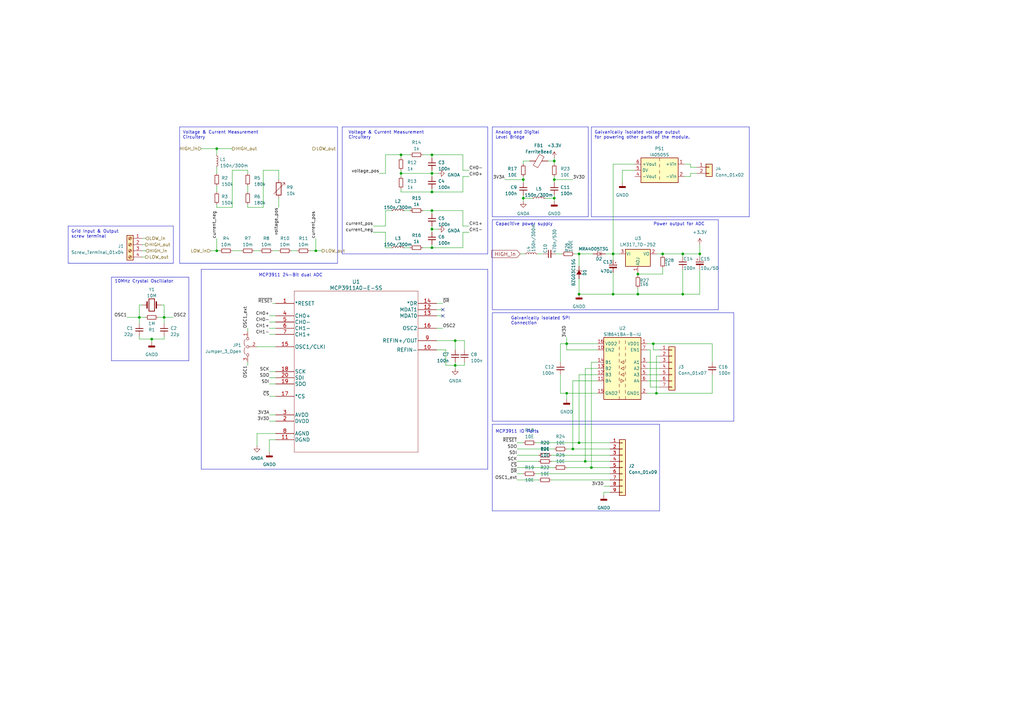
<source format=kicad_sch>
(kicad_sch (version 20230121) (generator eeschema)
  (paper "A3")
  (title_block (title "breakout-board-power-measurement") (date "2023-03-06") (rev "v1.8"))
  (lib_symbols
    (symbol "2023-03-06_20-07-43:MCP3911A0-E/SS" (pin_names (offset 0.254))
      (property "Reference" "U1" (at 33.02 8.89 0))
      (property "Value" "MCP3911A0-E/SS" (at 33.02 6.35 0))
      (symbol "MCP3911A0-E/SS_1_1"
        (pin input line (at 0 0 0) (length 7.62) (name "*RESET") (number "1"))
        (pin input line (at 66.04 -19.05 180) (length 7.62) (name "REFIN-") (number "10"))
        (pin power_in line (at 0 -55.88 0) (length 7.62) (name "DGND") (number "11"))
        (pin output line (at 66.04 -2.54 180) (length 7.62) (name "MDAT1") (number "12"))
        (pin output line (at 66.04 -5.08 180) (length 7.62) (name "MDAT0") (number "13"))
        (pin output line (at 66.04 0 180) (length 7.62) (name "*DR") (number "14"))
        (pin input line (at 0 -17.78 0) (length 7.62) (name "OSC1/CLKI") (number "15"))
        (pin unspecified line (at 66.04 -10.16 180) (length 7.62) (name "OSC2") (number "16"))
        (pin unspecified line (at 0 -38.1 0) (length 7.62) (name "*CS") (number "17"))
        (pin input line (at 0 -27.94 0) (length 7.62) (name "SCK") (number "18"))
        (pin input line (at 0 -33.02 0) (length 7.62) (name "SDO") (number "19"))
        (pin power_in line (at 0 -48.26 0) (length 7.62) (name "DVDD") (number "2"))
        (pin input line (at 0 -30.48 0) (length 7.62) (name "SDI") (number "20"))
        (pin power_in line (at 0 -45.72 0) (length 7.62) (name "AVDD") (number "3"))
        (pin input line (at 0 -5.08 0) (length 7.62) (name "CH0+") (number "4"))
        (pin input line (at 0 -7.62 0) (length 7.62) (name "CH0-") (number "5"))
        (pin input line (at 0 -10.16 0) (length 7.62) (name "CH1-") (number "6"))
        (pin input line (at 0 -12.7 0) (length 7.62) (name "CH1+") (number "7"))
        (pin power_in line (at 0 -53.34 0) (length 7.62) (name "AGND") (number "8"))
        (pin bidirectional line (at 66.04 -15.24 180) (length 7.62) (name "REFIN+/OUT") (number "9"))
      )
    )
    (symbol "Connector:Screw_Terminal_01x04" (pin_names (offset 1.016) hide)
      (property "Reference" "J" (at 0 5.08 0))
      (property "Value" "Screw_Terminal_01x04" (at 0 -7.62 0))
      (symbol "Screw_Terminal_01x04_1_1"
        (pin passive line (at -5.08 2.54 0) (length 3.81) (name "Pin_1") (number "1"))
        (pin passive line (at -5.08 0 0) (length 3.81) (name "Pin_2") (number "2"))
        (pin passive line (at -5.08 -2.54 0) (length 3.81) (name "Pin_3") (number "3"))
        (pin passive line (at -5.08 -5.08 0) (length 3.81) (name "Pin_4") (number "4"))
      )
    )
    (symbol "Connector_Generic:Conn_01x02" (pin_names (offset 1.016) hide)
      (property "Reference" "J" (at 0 2.54 0))
      (property "Value" "Conn_01x02" (at 0 -5.08 0))
      (symbol "Conn_01x02_1_1"
        (pin passive line (at -5.08 0 0) (length 3.81) (name "Pin_1") (number "1"))
        (pin passive line (at -5.08 -2.54 0) (length 3.81) (name "Pin_2") (number "2"))
      )
    )
    (symbol "Connector_Generic:Conn_01x07" (pin_names (offset 1.016) hide)
      (property "Reference" "J" (at 0 10.16 0))
      (property "Value" "Conn_01x07" (at 0 -10.16 0))
      (symbol "Conn_01x07_1_1"
        (pin passive line (at -5.08 7.62 0) (length 3.81) (name "Pin_1") (number "1"))
        (pin passive line (at -5.08 5.08 0) (length 3.81) (name "Pin_2") (number "2"))
        (pin passive line (at -5.08 2.54 0) (length 3.81) (name "Pin_3") (number "3"))
        (pin passive line (at -5.08 0 0) (length 3.81) (name "Pin_4") (number "4"))
        (pin passive line (at -5.08 -2.54 0) (length 3.81) (name "Pin_5") (number "5"))
        (pin passive line (at -5.08 -5.08 0) (length 3.81) (name "Pin_6") (number "6"))
        (pin passive line (at -5.08 -7.62 0) (length 3.81) (name "Pin_7") (number "7"))
      )
    )
    (symbol "Connector_Generic:Conn_01x09" (pin_names (offset 1.016) hide)
      (property "Reference" "J" (at 0 12.7 0))
      (property "Value" "Conn_01x09" (at 0 -12.7 0))
      (symbol "Conn_01x09_1_1"
        (pin passive line (at -5.08 10.16 0) (length 3.81) (name "Pin_1") (number "1"))
        (pin passive line (at -5.08 7.62 0) (length 3.81) (name "Pin_2") (number "2"))
        (pin passive line (at -5.08 5.08 0) (length 3.81) (name "Pin_3") (number "3"))
        (pin passive line (at -5.08 2.54 0) (length 3.81) (name "Pin_4") (number "4"))
        (pin passive line (at -5.08 0 0) (length 3.81) (name "Pin_5") (number "5"))
        (pin passive line (at -5.08 -2.54 0) (length 3.81) (name "Pin_6") (number "6"))
        (pin passive line (at -5.08 -5.08 0) (length 3.81) (name "Pin_7") (number "7"))
        (pin passive line (at -5.08 -7.62 0) (length 3.81) (name "Pin_8") (number "8"))
        (pin passive line (at -5.08 -10.16 0) (length 3.81) (name "Pin_9") (number "9"))
      )
    )
    (symbol "Converter_DCDC:IA0505S"
      (property "Reference" "PS" (at -7.62 6.35 0))
      (property "Value" "IA0505S" (at 1.27 6.35 0))
      (symbol "IA0505S_0_0"
        (pin power_in line (at -10.16 2.54 0) (length 2.54) (name "+Vin") (number "1"))
        (pin power_in line (at -10.16 -2.54 0) (length 2.54) (name "-Vin") (number "2"))
        (pin power_out line (at 10.16 -2.54 180) (length 2.54) (name "-Vout") (number "4"))
        (pin power_out line (at 10.16 0 180) (length 2.54) (name "0V") (number "5"))
        (pin power_out line (at 10.16 2.54 180) (length 2.54) (name "+Vout") (number "6"))
      )
    )
    (symbol "Device:C_Small" (pin_numbers hide) (pin_names (offset 0.254) hide)
      (property "Reference" "C" (at 0.254 1.778 0))
      (property "Value" "C_Small" (at 0.254 -2.032 0))
      (symbol "C_Small_1_1"
        (pin passive line (at 0 2.54 270) (length 2.032) (name "~") (number "1"))
        (pin passive line (at 0 -2.54 90) (length 2.032) (name "~") (number "2"))
      )
    )
    (symbol "Device:Crystal" (pin_numbers hide) (pin_names (offset 1.016) hide)
      (property "Reference" "Y" (at 0 3.81 0))
      (property "Value" "Crystal" (at 0 -3.81 0))
      (symbol "Crystal_1_1"
        (pin passive line (at -3.81 0 0) (length 1.27) (name "1") (number "1"))
        (pin passive line (at 3.81 0 180) (length 1.27) (name "2") (number "2"))
      )
    )
    (symbol "Device:FerriteBead" (pin_numbers hide) (pin_names (offset 0))
      (property "Reference" "FB" (at -3.81 0.635 90))
      (property "Value" "FerriteBead" (at 3.81 0 90))
      (symbol "FerriteBead_1_1"
        (pin passive line (at 0 3.81 270) (length 2.54) (name "~") (number "1"))
        (pin passive line (at 0 -3.81 90) (length 2.54) (name "~") (number "2"))
      )
    )
    (symbol "Device:L_Small" (pin_numbers hide) (pin_names (offset 0.254) hide)
      (property "Reference" "L" (at 0.762 1.016 0))
      (property "Value" "L_Small" (at 0.762 -1.016 0))
      (symbol "L_Small_1_1"
        (pin passive line (at 0 2.54 270) (length 0.508) (name "~") (number "1"))
        (pin passive line (at 0 -2.54 90) (length 0.508) (name "~") (number "2"))
      )
    )
    (symbol "Device:R_Small" (pin_numbers hide) (pin_names (offset 0.254) hide)
      (property "Reference" "R" (at 0.762 0.508 0))
      (property "Value" "R_Small" (at 0.762 -1.016 0))
      (symbol "R_Small_1_1"
        (pin passive line (at 0 2.54 270) (length 0.762) (name "~") (number "1"))
        (pin passive line (at 0 -2.54 90) (length 0.762) (name "~") (number "2"))
      )
    )
    (symbol "Device:R_Variable" (pin_numbers hide) (pin_names (offset 0))
      (property "Reference" "R" (at 2.54 -2.54 90))
      (property "Value" "R_Variable" (at -2.54 -1.27 90))
      (symbol "R_Variable_1_1"
        (pin passive line (at 0 3.81 270) (length 1.27) (name "~") (number "1"))
        (pin passive line (at 0 -3.81 90) (length 1.27) (name "~") (number "2"))
      )
    )
    (symbol "Isolator:Si8641BA-B-IU"
      (property "Reference" "U" (at 0 15.875 0))
      (property "Value" "Si8641BA-B-IU" (at 0 13.97 0))
      (symbol "Si8641BA-B-IU_1_1"
        (pin power_in line (at -10.16 10.16 0) (length 2.54) (name "VDD1") (number "1"))
        (pin input line (at 10.16 7.62 180) (length 2.54) (name "EN2") (number "10"))
        (pin input line (at 10.16 -5.08 180) (length 2.54) (name "B4") (number "11"))
        (pin output line (at 10.16 -2.54 180) (length 2.54) (name "B3") (number "12"))
        (pin output line (at 10.16 0 180) (length 2.54) (name "B2") (number "13"))
        (pin output line (at 10.16 2.54 180) (length 2.54) (name "B1") (number "14"))
        (pin power_in line (at 10.16 -10.16 180) (length 2.54) (name "GND2") (number "15"))
        (pin power_in line (at 10.16 10.16 180) (length 2.54) (name "VDD2") (number "16"))
        (pin power_in line (at -10.16 -10.16 0) (length 2.54) (name "GND1") (number "2"))
        (pin input line (at -10.16 2.54 0) (length 2.54) (name "A1") (number "3"))
        (pin input line (at -10.16 0 0) (length 2.54) (name "A2") (number "4"))
        (pin input line (at -10.16 -2.54 0) (length 2.54) (name "A3") (number "5"))
        (pin output line (at -10.16 -5.08 0) (length 2.54) (name "A4") (number "6"))
        (pin input line (at -10.16 7.62 0) (length 2.54) (name "EN1") (number "7"))
        (pin passive line (at -10.16 -10.16 0) (length 2.54) hide (name "GND1") (number "8"))
        (pin passive line (at 10.16 -10.16 180) (length 2.54) hide (name "GND2") (number "9"))
      )
    )
    (symbol "Jumper:Jumper_3_Open" (pin_names (offset 0) hide)
      (property "Reference" "JP" (at -2.54 -2.54 0))
      (property "Value" "Jumper_3_Open" (at 0 2.794 0))
      (symbol "Jumper_3_Open_1_1"
        (pin passive line (at -6.35 0 0) (length 2.54) (name "A") (number "1"))
        (pin passive line (at 0 -3.81 90) (length 2.54) (name "C") (number "2"))
        (pin passive line (at 6.35 0 180) (length 2.54) (name "B") (number "3"))
      )
    )
    (symbol "Power-Analyzer-rescue:CP_Small" (pin_numbers hide) (pin_names (offset 0.254) hide)
      (property "Reference" "C" (at 0.254 1.778 0))
      (property "Value" "CP_Small" (at 0.254 -2.032 0))
      (symbol "CP_Small_1_1"
        (pin passive line (at 0 2.54 270) (length 1.8542) (name "~") (number "1"))
        (pin passive line (at 0 -2.54 90) (length 1.8542) (name "~") (number "2"))
      )
    )
    (symbol "Power-Analyzer-rescue:C_Small" (pin_numbers hide) (pin_names (offset 0.254) hide)
      (property "Reference" "C" (at 0.254 1.778 0))
      (property "Value" "C_Small" (at 0.254 -2.032 0))
      (symbol "C_Small_1_1"
        (pin passive line (at 0 2.54 270) (length 2.032) (name "~") (number "1"))
        (pin passive line (at 0 -2.54 90) (length 2.032) (name "~") (number "2"))
      )
    )
    (symbol "Power-Analyzer-rescue:D_Small" (pin_numbers hide) (pin_names (offset 0.254) hide)
      (property "Reference" "D" (at -1.27 2.032 0))
      (property "Value" "D_Small" (at -3.81 -2.032 0))
      (symbol "D_Small_1_1"
        (pin passive line (at -2.54 0 0) (length 1.778) (name "K") (number "1"))
        (pin passive line (at 2.54 0 180) (length 1.778) (name "A") (number "2"))
      )
    )
    (symbol "Power-Analyzer-rescue:D_Zener_Small_ALT" (pin_numbers hide) (pin_names (offset 0.254) hide)
      (property "Reference" "D" (at 0 2.286 0))
      (property "Value" "D_Zener_Small_ALT" (at 0 -2.286 0))
      (symbol "D_Zener_Small_ALT_1_1"
        (pin passive line (at -2.54 0 0) (length 1.778) (name "K") (number "1"))
        (pin passive line (at 2.54 0 180) (length 1.778) (name "A") (number "2"))
      )
    )
    (symbol "Power-Analyzer-rescue:L_Small" (pin_numbers hide) (pin_names (offset 0.254) hide)
      (property "Reference" "L" (at 0.762 1.016 0))
      (property "Value" "L_Small" (at 0.762 -1.016 0))
      (symbol "L_Small_1_1"
        (pin passive line (at 0 2.54 270) (length 0.508) (name "~") (number "1"))
        (pin passive line (at 0 -2.54 90) (length 0.508) (name "~") (number "2"))
      )
    )
    (symbol "Power-Analyzer-rescue:R_Small" (pin_numbers hide) (pin_names (offset 0.254) hide)
      (property "Reference" "R" (at 0.762 0.508 0))
      (property "Value" "R_Small" (at 0.762 -1.016 0))
      (symbol "R_Small_1_1"
        (pin passive line (at 0 2.54 270) (length 0.762) (name "~") (number "1"))
        (pin passive line (at 0 -2.54 90) (length 0.762) (name "~") (number "2"))
      )
    )
    (symbol "Regulator_Linear:LM317_TO-252" (pin_names (offset 0.254))
      (property "Reference" "U" (at -3.81 3.175 0))
      (property "Value" "LM317_TO-252" (at 0 3.175 0))
      (symbol "LM317_TO-252_1_1"
        (pin input line (at 0 -7.62 90) (length 2.54) (name "ADJ") (number "1"))
        (pin power_out line (at 7.62 0 180) (length 2.54) (name "VO") (number "2"))
        (pin power_in line (at -7.62 0 0) (length 2.54) (name "VI") (number "3"))
      )
    )
    (symbol "power:+3.3V" (power) (pin_names (offset 0))
      (property "Value" "+3.3V" (at 0 3.556 0))
      (symbol "+3.3V_1_1"
        (pin power_in line (at 0 0 90) (length 0) hide (name "+3.3V") (number "1"))
      )
    )
    (symbol "power:GNDA" (power) (pin_names (offset 0))
      (property "Value" "GNDA" (at 0 -3.81 0))
      (symbol "GNDA_1_1"
        (pin power_in line (at 0 0 270) (length 0) hide (name "GNDA") (number "1"))
      )
    )
    (symbol "power:GNDD" (power) (pin_names (offset 0))
      (property "Value" "GNDD" (at 0 -3.175 0))
      (symbol "GNDD_1_1"
        (pin power_in line (at 0 0 270) (length 0) hide (name "GNDD") (number "1"))
      )
    )
  )
  (junction (at 227.33 73.66))
  (junction (at 214.63 73.66))
  (junction (at 237.49 120.65))
  (junction (at 280.035 104.14))
  (junction (at 240.03 189.23))
  (junction (at 62.23 139.065))
  (junction (at 57.15 130.175))
  (junction (at 186.69 149.86))
  (junction (at 67.31 130.175))
  (junction (at 177.165 93.98))
  (junction (at 177.165 78.74))
  (junction (at 251.46 104.14))
  (junction (at 227.33 81.28))
  (junction (at 186.69 139.7))
  (junction (at 177.165 101.6))
  (junction (at 164.465 63.5))
  (junction (at 267.97 140.97))
  (junction (at 269.24 161.29))
  (junction (at 177.165 86.36))
  (junction (at 237.49 181.61))
  (junction (at 177.165 71.12))
  (junction (at 177.165 63.5))
  (junction (at 280.035 120.65))
  (junction (at 237.49 104.14))
  (junction (at 214.63 81.28))
  (junction (at 287.02 104.14))
  (junction (at 242.57 191.77))
  (junction (at 261.62 120.65))
  (junction (at 234.95 184.15))
  (junction (at 129.54 102.87))
  (junction (at 88.9 102.87))
  (junction (at 88.9 60.96))
  (junction (at 261.62 112.395))
  (junction (at 227.33 66.04))
  (junction (at 232.41 140.97))
  (junction (at 164.465 71.12))
  (junction (at 251.46 120.65))
  (junction (at 271.78 104.14))
  (junction (at 232.41 161.29))
  (no_connect (at 181.61 127))
  (no_connect (at 181.61 129.54))
  (wire (pts (xy 164.465 78.74) (xy 164.465 77.47)))
  (wire (pts (xy 114.3 81.28) (xy 114.3 85.09)))
  (wire (pts (xy 251.46 104.14) (xy 254 104.14)))
  (wire (pts (xy 270.51 158.75) (xy 266.7 158.75)))
  (wire (pts (xy 67.31 130.175) (xy 67.31 125.095)))
  (wire (pts (xy 214.63 81.28) (xy 218.44 81.28)))
  (polyline (pts (xy 294.64 90.17) (xy 294.64 127)))
  (polyline (pts (xy 270.51 209.55) (xy 201.93 209.55)))
  (wire (pts (xy 247.65 199.39) (xy 250.19 199.39)))
  (wire (pts (xy 110.49 132.08) (xy 113.03 132.08)))
  (polyline (pts (xy 222.25 128.27) (xy 294.64 128.27)))
  (wire (pts (xy 111.76 124.46) (xy 113.03 124.46)))
  (wire (pts (xy 129.54 97.79) (xy 129.54 102.87)))
  (polyline (pts (xy 71.12 92.71) (xy 71.12 107.95)))
  (wire (pts (xy 265.43 140.97) (xy 267.97 140.97)))
  (wire (pts (xy 247.65 203.2) (xy 247.65 201.93)))
  (polyline (pts (xy 27.94 107.95) (xy 27.94 92.71)))
  (wire (pts (xy 110.49 137.16) (xy 113.03 137.16)))
  (wire (pts (xy 158.115 92.71) (xy 158.115 86.36)))
  (wire (pts (xy 95.25 102.87) (xy 99.06 102.87)))
  (wire (pts (xy 283.21 71.12) (xy 285.75 71.12)))
  (wire (pts (xy 88.9 68.58) (xy 88.9 71.12)))
  (wire (pts (xy 280.67 67.31) (xy 283.21 67.31)))
  (wire (pts (xy 101.6 85.09) (xy 107.95 85.09)))
  (wire (pts (xy 190.5 143.51) (xy 190.5 139.7)))
  (wire (pts (xy 95.25 69.85) (xy 95.25 85.09)))
  (wire (pts (xy 214.63 73.66) (xy 214.63 72.39)))
  (wire (pts (xy 177.165 63.5) (xy 189.865 63.5)))
  (polyline (pts (xy 201.93 172.72) (xy 208.28 172.72)))
  (wire (pts (xy 153.035 92.71) (xy 158.115 92.71)))
  (polyline (pts (xy 300.99 128.27) (xy 300.99 172.72)))
  (wire (pts (xy 280.67 72.39) (xy 283.21 72.39)))
  (wire (pts (xy 267.97 140.97) (xy 292.1 140.97)))
  (wire (pts (xy 237.49 120.65) (xy 251.46 120.65)))
  (wire (pts (xy 226.06 189.23) (xy 240.03 189.23)))
  (wire (pts (xy 227.33 81.28) (xy 227.33 82.55)))
  (wire (pts (xy 219.71 181.61) (xy 237.49 181.61)))
  (wire (pts (xy 86.36 102.87) (xy 88.9 102.87)))
  (wire (pts (xy 283.21 71.12) (xy 283.21 72.39)))
  (wire (pts (xy 58.42 100.33) (xy 59.69 100.33)))
  (wire (pts (xy 227.33 72.39) (xy 227.33 73.66)))
  (polyline (pts (xy 45.72 147.955) (xy 45.72 113.665)))
  (wire (pts (xy 177.165 86.36) (xy 189.865 86.36)))
  (wire (pts (xy 67.31 132.715) (xy 67.31 130.175)))
  (polyline (pts (xy 200.025 104.14) (xy 140.335 104.14)))
  (wire (pts (xy 230.505 104.14) (xy 227.965 104.14)))
  (polyline (pts (xy 82.55 110.49) (xy 200.025 110.49)))
  (wire (pts (xy 227.33 66.04) (xy 227.33 67.31)))
  (wire (pts (xy 242.57 148.59) (xy 242.57 191.77)))
  (polyline (pts (xy 200.025 192.405) (xy 82.55 192.405)))
  (wire (pts (xy 177.165 93.98) (xy 179.705 93.98)))
  (wire (pts (xy 189.865 101.6) (xy 177.165 101.6)))
  (wire (pts (xy 114.3 69.85) (xy 114.3 73.66)))
  (wire (pts (xy 107.95 85.09) (xy 107.95 69.85)))
  (wire (pts (xy 240.03 151.13) (xy 245.11 151.13)))
  (wire (pts (xy 237.49 153.67) (xy 245.11 153.67)))
  (wire (pts (xy 261.62 112.395) (xy 261.62 113.03)))
  (wire (pts (xy 67.31 139.065) (xy 67.31 137.795)))
  (polyline (pts (xy 201.93 52.07) (xy 201.93 88.9)))
  (polyline (pts (xy 208.28 173.99) (xy 270.51 173.99)))
  (wire (pts (xy 223.52 81.28) (xy 227.33 81.28)))
  (wire (pts (xy 237.49 153.67) (xy 237.49 181.61)))
  (wire (pts (xy 186.69 149.86) (xy 186.69 151.13)))
  (wire (pts (xy 189.865 86.36) (xy 189.865 92.71)))
  (polyline (pts (xy 241.3 88.9) (xy 201.93 88.9)))
  (wire (pts (xy 214.63 81.28) (xy 214.63 80.01)))
  (polyline (pts (xy 200.025 52.07) (xy 200.025 104.14)))
  (wire (pts (xy 113.03 180.34) (xy 110.49 180.34)))
  (polyline (pts (xy 201.93 128.27) (xy 222.25 128.27)))
  (wire (pts (xy 57.15 139.065) (xy 57.15 137.795)))
  (wire (pts (xy 237.49 181.61) (xy 250.19 181.61)))
  (wire (pts (xy 265.43 148.59) (xy 270.51 148.59)))
  (polyline (pts (xy 77.47 113.665) (xy 77.47 147.955)))
  (wire (pts (xy 158.115 101.6) (xy 160.655 101.6)))
  (wire (pts (xy 173.355 86.36) (xy 177.165 86.36)))
  (polyline (pts (xy 294.64 127) (xy 201.93 127)))
  (wire (pts (xy 251.46 120.65) (xy 251.46 111.76)))
  (wire (pts (xy 88.9 60.96) (xy 95.25 60.96)))
  (wire (pts (xy 113.03 162.56) (xy 110.49 162.56)))
  (wire (pts (xy 265.43 161.29) (xy 269.24 161.29)))
  (polyline (pts (xy 140.335 52.07) (xy 200.025 52.07)))
  (wire (pts (xy 186.69 148.59) (xy 186.69 149.86)))
  (wire (pts (xy 265.43 143.51) (xy 266.7 143.51)))
  (wire (pts (xy 219.71 194.31) (xy 250.19 194.31)))
  (wire (pts (xy 265.43 151.13) (xy 270.51 151.13)))
  (wire (pts (xy 287.02 100.33) (xy 287.02 104.14)))
  (wire (pts (xy 229.87 148.59) (xy 229.87 140.97)))
  (wire (pts (xy 232.41 161.29) (xy 245.11 161.29)))
  (polyline (pts (xy 200.025 110.49) (xy 200.025 192.405)))
  (wire (pts (xy 110.49 134.62) (xy 113.03 134.62)))
  (wire (pts (xy 186.69 139.7) (xy 179.07 139.7)))
  (polyline (pts (xy 242.57 52.07) (xy 242.57 80.01)))
  (wire (pts (xy 113.03 172.72) (xy 110.49 172.72)))
  (wire (pts (xy 189.865 63.5) (xy 189.865 69.85)))
  (wire (pts (xy 229.87 140.97) (xy 232.41 140.97)))
  (wire (pts (xy 237.49 114.3) (xy 237.49 120.65)))
  (wire (pts (xy 283.21 67.31) (xy 283.21 68.58)))
  (wire (pts (xy 82.55 60.96) (xy 88.9 60.96)))
  (wire (pts (xy 164.465 64.77) (xy 164.465 63.5)))
  (polyline (pts (xy 82.55 192.405) (xy 82.55 175.895)))
  (wire (pts (xy 232.41 161.29) (xy 229.87 161.29)))
  (wire (pts (xy 88.9 102.87) (xy 90.17 102.87)))
  (wire (pts (xy 234.95 156.21) (xy 234.95 184.15)))
  (wire (pts (xy 237.49 104.14) (xy 237.49 109.22)))
  (polyline (pts (xy 45.72 113.665) (xy 77.47 113.665)))
  (wire (pts (xy 57.15 130.175) (xy 57.15 125.095)))
  (wire (pts (xy 207.01 73.66) (xy 214.63 73.66)))
  (wire (pts (xy 113.03 142.24) (xy 105.41 142.24)))
  (wire (pts (xy 280.035 104.14) (xy 287.02 104.14)))
  (wire (pts (xy 127 102.87) (xy 129.54 102.87)))
  (polyline (pts (xy 201.93 90.17) (xy 209.55 90.17)))
  (polyline (pts (xy 307.34 52.07) (xy 242.57 52.07)))
  (wire (pts (xy 155.575 71.12) (xy 158.115 71.12)))
  (wire (pts (xy 119.38 102.87) (xy 121.92 102.87)))
  (wire (pts (xy 287.02 104.14) (xy 287.02 105.41)))
  (wire (pts (xy 177.165 101.6) (xy 173.355 101.6)))
  (wire (pts (xy 164.465 63.5) (xy 168.275 63.5)))
  (wire (pts (xy 251.46 67.31) (xy 251.46 104.14)))
  (wire (pts (xy 242.57 191.77) (xy 250.19 191.77)))
  (polyline (pts (xy 77.47 147.955) (xy 45.72 147.955)))
  (wire (pts (xy 287.02 120.65) (xy 287.02 110.49)))
  (wire (pts (xy 177.165 63.5) (xy 177.165 64.77)))
  (wire (pts (xy 232.41 138.43) (xy 232.41 140.97)))
  (wire (pts (xy 189.865 69.85) (xy 192.405 69.85)))
  (wire (pts (xy 190.5 149.86) (xy 190.5 148.59)))
  (wire (pts (xy 66.04 125.095) (xy 67.31 125.095)))
  (wire (pts (xy 232.41 143.51) (xy 245.11 143.51)))
  (wire (pts (xy 177.165 92.71) (xy 177.165 93.98)))
  (wire (pts (xy 212.09 184.15) (xy 227.33 184.15)))
  (polyline (pts (xy 201.93 52.07) (xy 209.55 52.07)))
  (polyline (pts (xy 201.93 209.55) (xy 201.93 173.99)))
  (polyline (pts (xy 242.57 80.01) (xy 242.57 88.9)))
  (wire (pts (xy 179.07 127) (xy 181.61 127)))
  (wire (pts (xy 227.33 80.01) (xy 227.33 81.28)))
  (wire (pts (xy 232.41 191.77) (xy 242.57 191.77)))
  (wire (pts (xy 227.33 73.66) (xy 234.95 73.66)))
  (wire (pts (xy 251.46 104.14) (xy 251.46 106.68)))
  (polyline (pts (xy 71.12 107.95) (xy 27.94 107.95)))
  (wire (pts (xy 62.23 139.065) (xy 57.15 139.065)))
  (wire (pts (xy 271.78 109.855) (xy 271.78 112.395)))
  (polyline (pts (xy 201.93 173.99) (xy 208.28 173.99)))
  (polyline (pts (xy 294.64 128.27) (xy 300.99 128.27)))
  (wire (pts (xy 271.78 112.395) (xy 261.62 112.395)))
  (wire (pts (xy 179.07 124.46) (xy 181.61 124.46)))
  (wire (pts (xy 173.355 63.5) (xy 177.165 63.5)))
  (wire (pts (xy 58.42 97.79) (xy 59.69 97.79)))
  (wire (pts (xy 212.09 186.69) (xy 220.98 186.69)))
  (wire (pts (xy 113.03 157.48) (xy 110.49 157.48)))
  (wire (pts (xy 153.035 95.25) (xy 158.115 95.25)))
  (wire (pts (xy 164.465 78.74) (xy 177.165 78.74)))
  (wire (pts (xy 62.23 139.065) (xy 67.31 139.065)))
  (wire (pts (xy 265.43 153.67) (xy 270.51 153.67)))
  (polyline (pts (xy 209.55 52.07) (xy 241.3 52.07)))
  (wire (pts (xy 113.03 177.8) (xy 105.41 177.8)))
  (polyline (pts (xy 27.94 92.71) (xy 71.12 92.71)))
  (polyline (pts (xy 140.335 104.14) (xy 140.335 52.07)))
  (wire (pts (xy 271.78 104.14) (xy 280.035 104.14)))
  (wire (pts (xy 101.6 69.85) (xy 95.25 69.85)))
  (wire (pts (xy 261.62 120.65) (xy 280.035 120.65)))
  (polyline (pts (xy 73.66 52.07) (xy 138.43 52.07)))
  (wire (pts (xy 186.69 149.86) (xy 190.5 149.86)))
  (wire (pts (xy 226.06 196.85) (xy 250.19 196.85)))
  (wire (pts (xy 280.035 120.65) (xy 280.035 110.49)))
  (wire (pts (xy 113.03 170.18) (xy 110.49 170.18)))
  (wire (pts (xy 255.27 69.85) (xy 260.35 69.85)))
  (wire (pts (xy 179.07 129.54) (xy 181.61 129.54)))
  (wire (pts (xy 240.03 189.23) (xy 250.19 189.23)))
  (wire (pts (xy 234.95 184.15) (xy 250.19 184.15)))
  (wire (pts (xy 212.09 194.31) (xy 214.63 194.31)))
  (wire (pts (xy 67.31 130.175) (xy 71.12 130.175)))
  (wire (pts (xy 190.5 139.7) (xy 186.69 139.7)))
  (wire (pts (xy 226.06 186.69) (xy 250.19 186.69)))
  (wire (pts (xy 261.62 111.76) (xy 261.62 112.395)))
  (wire (pts (xy 177.165 100.33) (xy 177.165 101.6)))
  (wire (pts (xy 177.165 93.98) (xy 177.165 95.25)))
  (wire (pts (xy 64.77 130.175) (xy 67.31 130.175)))
  (wire (pts (xy 235.585 104.14) (xy 237.49 104.14)))
  (wire (pts (xy 101.6 83.82) (xy 101.6 85.09)))
  (wire (pts (xy 265.43 156.21) (xy 270.51 156.21)))
  (wire (pts (xy 213.36 104.14) (xy 215.265 104.14)))
  (wire (pts (xy 165.735 86.36) (xy 168.275 86.36)))
  (wire (pts (xy 267.97 143.51) (xy 267.97 140.97)))
  (wire (pts (xy 88.9 97.79) (xy 88.9 102.87)))
  (wire (pts (xy 164.465 72.39) (xy 164.465 71.12)))
  (wire (pts (xy 224.79 66.04) (xy 227.33 66.04)))
  (wire (pts (xy 158.115 86.36) (xy 160.655 86.36)))
  (polyline (pts (xy 241.3 52.07) (xy 241.3 88.9)))
  (wire (pts (xy 269.24 104.14) (xy 271.78 104.14)))
  (wire (pts (xy 88.9 60.96) (xy 88.9 63.5)))
  (wire (pts (xy 232.41 184.15) (xy 234.95 184.15)))
  (wire (pts (xy 179.07 134.62) (xy 181.61 134.62)))
  (wire (pts (xy 177.165 71.12) (xy 177.165 72.39)))
  (wire (pts (xy 251.46 120.65) (xy 261.62 120.65)))
  (wire (pts (xy 158.115 63.5) (xy 158.115 71.12)))
  (wire (pts (xy 182.88 143.51) (xy 182.88 149.86)))
  (wire (pts (xy 214.63 74.93) (xy 214.63 73.66)))
  (wire (pts (xy 242.57 148.59) (xy 245.11 148.59)))
  (polyline (pts (xy 209.55 90.17) (xy 294.64 90.17)))
  (wire (pts (xy 214.63 66.04) (xy 217.17 66.04)))
  (wire (pts (xy 164.465 71.12) (xy 164.465 69.85)))
  (wire (pts (xy 189.865 72.39) (xy 192.405 72.39)))
  (polyline (pts (xy 138.43 107.95) (xy 73.66 107.95)))
  (polyline (pts (xy 270.51 173.99) (xy 270.51 209.55)))
  (wire (pts (xy 227.33 73.66) (xy 227.33 74.93)))
  (wire (pts (xy 227.33 64.77) (xy 227.33 66.04)))
  (wire (pts (xy 251.46 67.31) (xy 260.35 67.31)))
  (wire (pts (xy 179.07 143.51) (xy 182.88 143.51)))
  (wire (pts (xy 280.035 104.14) (xy 280.035 105.41)))
  (wire (pts (xy 52.07 130.175) (xy 57.15 130.175)))
  (polyline (pts (xy 138.43 52.07) (xy 138.43 107.95)))
  (wire (pts (xy 101.6 71.12) (xy 101.6 69.85)))
  (wire (pts (xy 182.88 149.86) (xy 186.69 149.86)))
  (wire (pts (xy 271.78 104.775) (xy 271.78 104.14)))
  (wire (pts (xy 248.285 104.14) (xy 251.46 104.14)))
  (wire (pts (xy 165.735 101.6) (xy 168.275 101.6)))
  (wire (pts (xy 177.165 77.47) (xy 177.165 78.74)))
  (wire (pts (xy 105.41 177.8) (xy 105.41 182.88)))
  (wire (pts (xy 88.9 83.82) (xy 88.9 85.09)))
  (wire (pts (xy 269.24 161.29) (xy 269.24 146.05)))
  (wire (pts (xy 189.865 78.74) (xy 189.865 72.39)))
  (wire (pts (xy 261.62 118.11) (xy 261.62 120.65)))
  (wire (pts (xy 88.9 85.09) (xy 95.25 85.09)))
  (wire (pts (xy 214.63 82.55) (xy 214.63 81.28)))
  (wire (pts (xy 158.115 63.5) (xy 164.465 63.5)))
  (wire (pts (xy 212.09 189.23) (xy 220.98 189.23)))
  (wire (pts (xy 113.03 154.94) (xy 110.49 154.94)))
  (wire (pts (xy 232.41 140.97) (xy 232.41 143.51)))
  (wire (pts (xy 222.885 104.14) (xy 220.345 104.14)))
  (wire (pts (xy 234.95 156.21) (xy 245.11 156.21)))
  (polyline (pts (xy 242.57 88.9) (xy 307.34 88.9)))
  (polyline (pts (xy 73.66 107.95) (xy 73.66 52.07)))
  (polyline (pts (xy 307.34 88.9) (xy 307.34 52.07)))
  (wire (pts (xy 113.03 152.4) (xy 110.49 152.4)))
  (wire (pts (xy 247.65 201.93) (xy 250.19 201.93)))
  (polyline (pts (xy 201.93 127) (xy 201.93 90.17)))
  (wire (pts (xy 189.865 92.71) (xy 192.405 92.71)))
  (wire (pts (xy 129.54 102.87) (xy 132.08 102.87)))
  (wire (pts (xy 212.09 191.77) (xy 227.33 191.77)))
  (wire (pts (xy 177.165 71.12) (xy 179.705 71.12)))
  (wire (pts (xy 237.49 104.14) (xy 243.205 104.14)))
  (wire (pts (xy 285.75 68.58) (xy 283.21 68.58)))
  (polyline (pts (xy 300.99 172.72) (xy 208.28 172.72)))
  (wire (pts (xy 229.87 161.29) (xy 229.87 153.67)))
  (wire (pts (xy 107.95 69.85) (xy 114.3 69.85)))
  (wire (pts (xy 232.41 140.97) (xy 245.11 140.97)))
  (wire (pts (xy 164.465 71.12) (xy 177.165 71.12)))
  (wire (pts (xy 88.9 76.2) (xy 88.9 78.74)))
  (wire (pts (xy 110.49 129.54) (xy 113.03 129.54)))
  (wire (pts (xy 232.41 163.83) (xy 232.41 161.29)))
  (wire (pts (xy 111.76 102.87) (xy 114.3 102.87)))
  (wire (pts (xy 101.6 148.59) (xy 101.6 149.86)))
  (wire (pts (xy 177.165 86.36) (xy 177.165 87.63)))
  (wire (pts (xy 110.49 180.34) (xy 110.49 185.42)))
  (wire (pts (xy 280.035 120.65) (xy 287.02 120.65)))
  (wire (pts (xy 57.15 132.715) (xy 57.15 130.175)))
  (wire (pts (xy 58.42 102.87) (xy 59.69 102.87)))
  (wire (pts (xy 292.1 140.97) (xy 292.1 148.59)))
  (wire (pts (xy 104.14 102.87) (xy 106.68 102.87)))
  (wire (pts (xy 57.15 130.175) (xy 59.69 130.175)))
  (polyline (pts (xy 201.93 172.72) (xy 201.93 128.27)))
  (wire (pts (xy 212.09 181.61) (xy 214.63 181.61)))
  (wire (pts (xy 189.865 101.6) (xy 189.865 95.25)))
  (wire (pts (xy 101.6 134.62) (xy 101.6 135.89)))
  (wire (pts (xy 58.42 105.41) (xy 59.69 105.41)))
  (wire (pts (xy 269.24 161.29) (xy 292.1 161.29)))
  (wire (pts (xy 158.115 101.6) (xy 158.115 95.25)))
  (wire (pts (xy 177.165 69.85) (xy 177.165 71.12)))
  (wire (pts (xy 214.63 67.31) (xy 214.63 66.04)))
  (wire (pts (xy 255.27 69.85) (xy 255.27 74.93)))
  (wire (pts (xy 292.1 153.67) (xy 292.1 161.29)))
  (wire (pts (xy 186.69 143.51) (xy 186.69 139.7)))
  (wire (pts (xy 62.23 140.335) (xy 62.23 139.065)))
  (polyline (pts (xy 82.55 110.49) (xy 82.55 175.895)))
  (wire (pts (xy 177.165 78.74) (xy 189.865 78.74)))
  (wire (pts (xy 266.7 143.51) (xy 266.7 158.75)))
  (wire (pts (xy 270.51 143.51) (xy 267.97 143.51)))
  (wire (pts (xy 240.03 151.13) (xy 240.03 189.23)))
  (wire (pts (xy 212.09 196.85) (xy 220.98 196.85)))
  (wire (pts (xy 101.6 76.2) (xy 101.6 78.74)))
  (wire (pts (xy 57.15 125.095) (xy 58.42 125.095)))
  (wire (pts (xy 269.24 146.05) (xy 270.51 146.05)))
  (wire (pts (xy 189.865 95.25) (xy 192.405 95.25)))
  (text "Grid Input & Output \nscrew terminal" (at 29.21 97.79 0) (effects (font (size 1.27 1.27)) (justify left bottom)))
  (text "Power output for ADC" (at 267.97 92.71 0) (effects (font (size 1.27 1.27)) (justify left bottom)))
  (text "Capacitive power supply" (at 203.2 92.71 0) (effects (font (size 1.27 1.27)) (justify left bottom)))
  (text "MCP3911 IO Ports" (at 203.2 177.8 0) (effects (font (size 1.27 1.27)) (justify left bottom)))
  (text "Analog and Digital\nLevel Bridge" (at 203.2 57.15 0) (effects (font (size 1.27 1.27)) (justify left bottom)))
  (text "MCP3911 24-Bit dual ADC" (at 106.045 113.665 0) (effects (font (size 1.27 1.27)) (justify left bottom)))
  (text "10MHz Crystal Oscillator" (at 46.99 116.205 0) (effects (font (size 1.27 1.27)) (justify left bottom)))
  (text "Galvanically isolated voltage output \nfor powering other parts of the module." (at 243.84 57.15 0) (effects (font (size 1.27 1.27)) (justify left bottom)))
  (text "Voltage & Current Measurement\nCircuitery" (at 142.875 57.15 0) (effects (font (size 1.27 1.27)) (justify left bottom)))
  (text "Galvanically isolated SPI\nConnection" (at 209.55 133.35 0) (effects (font (size 1.27 1.27)) (justify left bottom)))
  (text "Voltage & Current Measurement\nCircuitery" (at 74.93 57.15 0) (effects (font (size 1.27 1.27)) (justify left bottom)))
  (label "OSC1" (at 101.6 149.86 270))
  (label "~{CS}" (at 212.09 191.77 180))
  (label "~{CS}" (at 110.49 162.56 180))
  (label "CH0+" (at 110.49 129.54 180))
  (label "~{DR}" (at 181.61 124.46 0))
  (label "CH1-" (at 192.405 95.25 0))
  (label "~{RESET}" (at 212.09 181.61 180))
  (label "3V3D" (at 232.41 138.43 90))
  (label "CH1+" (at 192.405 92.71 0))
  (label "~{RESET}" (at 111.76 124.46 180))
  (label "OSC1" (at 52.07 130.175 180))
  (label "3V3D" (at 234.95 73.66 0))
  (label "voltage_pos" (at 155.575 71.12 180))
  (label "CH1-" (at 110.49 137.16 180))
  (label "voltage_pos" (at 114.3 85.09 270))
  (label "CH1+" (at 110.49 134.62 180))
  (label "3V3D" (at 247.65 199.39 180))
  (label "3V3D" (at 110.49 172.72 180))
  (label "CH0+" (at 192.405 72.39 0))
  (label "OSC1_ext" (at 101.6 134.62 90))
  (label "CH0-" (at 110.49 132.08 180))
  (label "SDI" (at 110.49 157.48 180))
  (label "current_neg" (at 88.9 97.79 90))
  (label "OSC1_ext" (at 212.09 196.85 180))
  (label "OSC2" (at 71.12 130.175 0))
  (label "SCK" (at 212.09 189.23 180))
  (label "current_pos" (at 153.035 92.71 180))
  (label "SDO" (at 212.09 184.15 180))
  (label "SCK" (at 110.49 152.4 180))
  (label "current_pos" (at 129.54 97.79 90))
  (label "~{DR}" (at 212.09 194.31 180))
  (label "current_neg" (at 153.035 95.25 180))
  (label "CH0-" (at 192.405 69.85 0))
  (label "3V3A" (at 110.49 170.18 180))
  (label "SDO" (at 110.49 154.94 180))
  (label "OSC2" (at 181.61 134.62 0))
  (label "SDI" (at 212.09 186.69 180))
  (label "3V3A" (at 207.01 73.66 180))
  (global_label "HIGH_in" (shape input) (at 213.36 104.14 180) (effects (font (size 1.524 1.524))) (property "Intersheetrefs" "${INTERSHEET_REFS}" (effects hide)))
  (hierarchical_label "LOW_out" (shape output) (at 128.27 60.96 0))
  (hierarchical_label "LOW_in" (shape input) (at 59.69 97.79 0))
  (hierarchical_label "HIGH_out" (shape output) (at 95.25 60.96 0))
  (hierarchical_label "HIGH_in" (shape input) (at 82.55 60.96 180))
  (hierarchical_label "LOW_in" (shape input) (at 86.36 102.87 180))
  (hierarchical_label "HIGH_in" (shape input) (at 59.69 102.87 0))
  (hierarchical_label "LOW_out" (shape output) (at 59.69 105.41 0))
  (hierarchical_label "LOW_out" (shape output) (at 132.08 102.87 0))
  (hierarchical_label "HIGH_out" (shape output) (at 59.69 100.33 0))
  (symbol (lib_id "power:+3.3V") (at 227.33 64.77 0) (unit 1)
    (property "Reference" "#PWR08" (effects hide))
    (property "Value" "+3.3V" (at 227.33 59.69 0))
  )
  (symbol (lib_id "power:GNDD") (at 247.65 203.2 0) (unit 1)
    (property "Reference" "#PWR012" (effects hide))
    (property "Value" "GNDD" (at 247.65 208.28 0))
  )
  (symbol (lib_id "Device:L_Small") (at 220.98 81.28 90) (unit 1)
    (property "Reference" "L5" (at 220.98 77.47 90))
    (property "Value" "150n/300m" (at 220.98 80.01 90))
    (property "Footprint" "Inductor_SMD:L_1206_3216Metric" (effects hide))
  )
  (symbol (lib_id "power:GNDA") (at 179.705 71.12 90) (unit 1)
    (property "Reference" "#PWR04" (effects hide))
    (property "Value" "GNDA" (at 183.515 71.755 90) (effects (justify right)))
  )
  (symbol (lib_id "Device:R_Small") (at 214.63 69.85 0) (mirror y) (unit 1)
    (property "Reference" "R17" (at 212.09 69.215 0) (effects (justify left)))
    (property "Value" "10E" (at 212.09 71.755 0) (effects (justify left)))
    (property "Footprint" "Resistor_SMD:R_1206_3216Metric_Pad1.30x1.75mm_HandSolder" (effects hide))
  )
  (symbol (lib_id "power:GNDA") (at 179.705 93.98 90) (unit 1)
    (property "Reference" "#PWR05" (effects hide))
    (property "Value" "GNDA" (at 183.515 94.615 90) (effects (justify right)))
  )
  (symbol (lib_id "power:+3.3V") (at 287.02 100.33 0) (unit 1)
    (property "Reference" "#PWR014" (effects hide))
    (property "Value" "+3.3V" (at 287.02 95.25 0))
  )
  (symbol (lib_id "Device:R_Variable") (at 114.3 77.47 0) (unit 1)
    (property "Reference" "R9" (at 117.475 76.835 0) (effects (justify left)))
    (property "Value" "10k" (at 117.475 79.375 0) (effects (justify left)))
    (property "Footprint" "Potentiometer_THT:Potentiometer_ACP_CA9-V10_Vertical_Hole" (effects hide))
  )
  (symbol (lib_id "Device:C_Small") (at 186.69 146.05 0) (mirror x) (unit 1)
    (property "Reference" "C7" (at 184.15 145.4086 0) (effects (justify right)))
    (property "Value" "100n" (at 184.15 147.9486 0) (effects (justify right)))
    (property "Footprint" "Capacitor_SMD:C_1206_3216Metric_Pad1.33x1.80mm_HandSolder" (effects hide))
  )
  (symbol (lib_id "Device:C_Small") (at 57.15 135.255 0) (mirror y) (unit 1)
    (property "Reference" "C1" (at 54.61 134.6263 0) (effects (justify left)))
    (property "Value" "22p" (at 54.61 137.1663 0) (effects (justify left)))
    (property "Footprint" "Capacitor_SMD:C_1206_3216Metric_Pad1.33x1.80mm_HandSolder" (effects hide))
  )
  (symbol (lib_id "power:GNDD") (at 110.49 185.42 0) (mirror y) (unit 1)
    (property "Reference" "#PWR03" (effects hide))
    (property "Value" "GNDD" (at 110.49 190.5 0))
  )
  (symbol (lib_id "Device:R_Small") (at 170.815 86.36 90) (unit 1)
    (property "Reference" "R15" (at 170.815 81.28 90))
    (property "Value" "1k" (at 170.815 83.82 90))
    (property "Footprint" "Resistor_SMD:R_1206_3216Metric_Pad1.30x1.75mm_HandSolder" (effects hide))
  )
  (symbol (lib_id "Device:R_Small") (at 88.9 73.66 0) (unit 1)
    (property "Reference" "R2" (at 90.805 73.025 0) (effects (justify left)))
    (property "Value" "150k" (at 90.805 75.565 0) (effects (justify left)))
    (property "Footprint" "Resistor_SMD:R_1206_3216Metric_Pad1.30x1.75mm_HandSolder" (effects hide))
  )
  (symbol (lib_id "Connector_Generic:Conn_01x07") (at 275.59 151.13 0) (unit 1)
    (property "Reference" "J3" (at 278.13 150.495 0) (effects (justify left)))
    (property "Value" "Conn_01x07" (at 278.13 153.035 0) (effects (justify left)))
    (property "Footprint" "Connector_PinHeader_2.54mm:PinHeader_1x07_P2.54mm_Vertical" (effects hide))
  )
  (symbol (lib_id "Power-Analyzer-rescue:R_Small") (at 233.045 104.14 90) (unit 1)
    (property "Reference" "R26" (at 232.537 103.378 0) (effects (justify left)))
    (property "Value" "100E" (at 234.061 103.378 0) (effects (justify left)))
    (property "Footprint" "Resistor_SMD:R_1206_3216Metric_Pad1.30x1.75mm_HandSolder" (effects hide))
  )
  (symbol (lib_id "Power-Analyzer-rescue:R_Small") (at 261.62 115.57 0) (unit 1)
    (property "Reference" "R27" (at 262.382 115.062 0) (effects (justify left)))
    (property "Value" "1k6" (at 262.382 116.586 0) (effects (justify left)))
    (property "Footprint" "Resistor_SMD:R_1206_3216Metric_Pad1.30x1.75mm_HandSolder" (effects hide))
  )
  (symbol (lib_id "Device:R_Small") (at 88.9 81.28 0) (unit 1)
    (property "Reference" "R3" (at 90.805 80.645 0) (effects (justify left)))
    (property "Value" "150k" (at 90.805 83.185 0) (effects (justify left)))
    (property "Footprint" "Resistor_SMD:R_1206_3216Metric_Pad1.30x1.75mm_HandSolder" (effects hide))
  )
  (symbol (lib_id "Connector_Generic:Conn_01x09") (at 255.27 191.77 0) (unit 1)
    (property "Reference" "J2" (at 257.81 191.135 0) (effects (justify left)))
    (property "Value" "Conn_01x09" (at 257.81 193.675 0) (effects (justify left)))
    (property "Footprint" "Connector_PinHeader_2.54mm:PinHeader_1x09_P2.54mm_Vertical" (effects hide))
  )
  (symbol (lib_id "Device:C_Small") (at 67.31 135.255 0) (unit 1)
    (property "Reference" "C2" (at 69.85 134.6263 0) (effects (justify left)))
    (property "Value" "22p" (at 69.85 137.1663 0) (effects (justify left)))
    (property "Footprint" "Capacitor_SMD:C_1206_3216Metric_Pad1.33x1.80mm_HandSolder" (effects hide))
  )
  (symbol (lib_id "Connector:Screw_Terminal_01x04") (at 53.34 100.33 0) (mirror y) (unit 1)
    (property "Reference" "J1" (at 50.8 100.965 0) (effects (justify left)))
    (property "Value" "Screw_Terminal_01x04" (at 50.8 103.505 0) (effects (justify left)))
    (property "Footprint" "TerminalBlock:TerminalBlock_Altech_AK300-4_P5.00mm" (effects hide))
  )
  (symbol (lib_id "Device:R_Small") (at 164.465 74.93 0) (unit 1)
    (property "Reference" "R13" (at 167.005 74.295 0) (effects (justify left)))
    (property "Value" "1k" (at 167.005 76.835 0) (effects (justify left)))
    (property "Footprint" "Resistor_SMD:R_1206_3216Metric_Pad1.30x1.75mm_HandSolder" (effects hide))
  )
  (symbol (lib_id "Device:FerriteBead") (at 220.98 66.04 90) (unit 1)
    (property "Reference" "FB1" (at 220.9292 59.69 90))
    (property "Value" "FerriteBead" (at 220.9292 62.23 90))
    (property "Footprint" "Diode_SMD:D_SMA-SMB_Universal_Handsoldering" (effects hide))
  )
  (symbol (lib_id "Device:R_Small") (at 101.6 81.28 0) (unit 1)
    (property "Reference" "R6" (at 104.14 80.645 0) (effects (justify left)))
    (property "Value" "180k" (at 104.14 83.185 0) (effects (justify left)))
    (property "Footprint" "Resistor_SMD:R_1206_3216Metric_Pad1.30x1.75mm_HandSolder" (effects hide))
  )
  (symbol (lib_id "Device:R_Small") (at 124.46 102.87 90) (unit 1)
    (property "Reference" "R11" (at 124.46 97.79 90))
    (property "Value" "10m" (at 124.46 100.33 90))
    (property "Footprint" "Resistor_SMD:R_1210_3225Metric" (effects hide))
  )
  (symbol (lib_id "Device:C_Small") (at 292.1 151.13 0) (unit 1)
    (property "Reference" "C16" (at 294.64 150.5013 0) (effects (justify left)))
    (property "Value" "100n" (at 294.64 153.0413 0) (effects (justify left)))
    (property "Footprint" "Capacitor_SMD:C_1206_3216Metric_Pad1.33x1.80mm_HandSolder" (effects hide))
  )
  (symbol (lib_id "Device:R_Small") (at 229.87 184.15 90) (unit 1)
    (property "Reference" "R24" (at 229.87 179.07 90))
    (property "Value" "10E" (at 229.87 181.61 90))
    (property "Footprint" "Resistor_SMD:R_1206_3216Metric_Pad1.30x1.75mm_HandSolder" (effects hide))
  )
  (symbol (lib_id "power:GNDA") (at 105.41 182.88 0) (mirror y) (unit 1)
    (property "Reference" "#PWR02" (effects hide))
    (property "Value" "GNDA" (at 105.41 187.96 0))
  )
  (symbol (lib_id "Power-Analyzer-rescue:R_Small") (at 271.78 107.315 0) (unit 1)
    (property "Reference" "R28" (at 272.542 106.807 0) (effects (justify left)))
    (property "Value" "1k" (at 272.542 108.331 0) (effects (justify left)))
    (property "Footprint" "Resistor_SMD:R_1206_3216Metric_Pad1.30x1.75mm_HandSolder" (effects hide))
  )
  (symbol (lib_id "Device:R_Small") (at 170.815 101.6 90) (unit 1)
    (property "Reference" "R16" (at 170.815 96.52 90))
    (property "Value" "1k" (at 170.815 99.06 90))
    (property "Footprint" "Resistor_SMD:R_1206_3216Metric_Pad1.30x1.75mm_HandSolder" (effects hide))
  )
  (symbol (lib_id "Device:C_Small") (at 177.165 67.31 0) (unit 1)
    (property "Reference" "C3" (at 179.705 66.6813 0) (effects (justify left)))
    (property "Value" "100n" (at 179.705 69.2213 0) (effects (justify left)))
    (property "Footprint" "Capacitor_SMD:C_1206_3216Metric_Pad1.33x1.80mm_HandSolder" (effects hide))
  )
  (symbol (lib_id "Device:R_Small") (at 116.84 102.87 90) (unit 1)
    (property "Reference" "R10" (at 116.84 97.79 90))
    (property "Value" "10m" (at 116.84 100.33 90))
    (property "Footprint" "Resistor_SMD:R_1210_3225Metric" (effects hide))
  )
  (symbol (lib_id "Device:R_Small") (at 227.33 69.85 0) (unit 1)
    (property "Reference" "R23" (at 229.87 69.215 0) (effects (justify left)))
    (property "Value" "10E" (at 229.87 71.755 0) (effects (justify left)))
    (property "Footprint" "Resistor_SMD:R_1206_3216Metric_Pad1.30x1.75mm_HandSolder" (effects hide))
  )
  (symbol (lib_id "Power-Analyzer-rescue:L_Small") (at 217.805 104.14 90) (unit 1)
    (property "Reference" "L4" (at 216.789 103.378 0) (effects (justify left)))
    (property "Value" "150n/300m" (at 218.821 103.378 0) (effects (justify left)))
    (property "Footprint" "Inductor_SMD:L_1206_3216Metric" (effects hide))
  )
  (symbol (lib_id "Device:C_Small") (at 190.5 146.05 180) (unit 1)
    (property "Reference" "C8" (at 193.04 145.4086 0) (effects (justify right)))
    (property "Value" "100n" (at 193.04 147.9486 0) (effects (justify right)))
    (property "Footprint" "Capacitor_SMD:C_1206_3216Metric_Pad1.33x1.80mm_HandSolder" (effects hide))
  )
  (symbol (lib_id "power:GNDD") (at 237.49 120.65 0) (unit 1)
    (property "Reference" "#PWR011" (effects hide))
    (property "Value" "GNDD" (at 237.49 125.73 0))
  )
  (symbol (lib_id "Device:C_Small") (at 214.63 77.47 0) (mirror y) (unit 1)
    (property "Reference" "C9" (at 212.09 76.8413 0) (effects (justify left)))
    (property "Value" "100n" (at 212.09 79.3813 0) (effects (justify left)))
    (property "Footprint" "Capacitor_SMD:C_1206_3216Metric_Pad1.33x1.80mm_HandSolder" (effects hide))
  )
  (symbol (lib_id "Device:R_Small") (at 217.17 181.61 90) (unit 1)
    (property "Reference" "R18" (at 217.17 176.53 90))
    (property "Value" "10E" (at 217.17 179.07 90))
    (property "Footprint" "Resistor_SMD:R_1206_3216Metric_Pad1.30x1.75mm_HandSolder" (effects hide))
  )
  (symbol (lib_id "Device:R_Small") (at 223.52 196.85 90) (unit 1)
    (property "Reference" "R22" (at 223.52 191.77 90))
    (property "Value" "10E" (at 223.52 194.31 90))
    (property "Footprint" "Resistor_SMD:R_1206_3216Metric_Pad1.30x1.75mm_HandSolder" (effects hide))
  )
  (symbol (lib_id "Power-Analyzer-rescue:D_Zener_Small_ALT") (at 237.49 111.76 270) (unit 1)
    (property "Reference" "D1" (at 239.776 111.76 0))
    (property "Value" "BZG03C15G" (at 235.204 111.76 0))
    (property "Footprint" "Diode_SMD:D_SMA-SMB_Universal_Handsoldering" (effects hide))
  )
  (symbol (lib_id "power:GNDD") (at 232.41 163.83 0) (unit 1)
    (property "Reference" "#PWR010" (effects hide))
    (property "Value" "GNDD" (at 232.41 168.91 0))
  )
  (symbol (lib_id "Device:L_Small") (at 163.195 101.6 90) (unit 1)
    (property "Reference" "L3" (at 163.195 97.79 90))
    (property "Value" "150n/300m" (at 163.195 100.33 90))
    (property "Footprint" "Inductor_SMD:L_1206_3216Metric" (effects hide))
  )
  (symbol (lib_id "Converter_DCDC:IA0505S") (at 270.51 69.85 0) (mirror y) (unit 1)
    (property "Reference" "PS1" (at 270.51 60.96 0))
    (property "Value" "IA0505S" (at 270.51 63.5 0))
    (property "Footprint" "Converter_DCDC:Converter_DCDC_XP_POWER-IAxxxxS_THT" (effects hide))
    (property "Datasheet" "https://www.xppower.com/pdfs/SF_IA.pdf" (effects hide))
  )
  (symbol (lib_id "Device:L_Small") (at 88.9 66.04 0) (unit 1)
    (property "Reference" "L1" (at 90.17 65.405 0) (effects (justify left)))
    (property "Value" "150n/300m" (at 90.17 67.945 0) (effects (justify left)))
    (property "Footprint" "Inductor_SMD:L_1206_3216Metric" (effects hide))
  )
  (symbol (lib_id "Power-Analyzer-rescue:C_Small") (at 280.035 107.95 0) (unit 1)
    (property "Reference" "C14" (at 280.289 106.172 0) (effects (justify left)))
    (property "Value" "100n" (at 280.289 109.982 0) (effects (justify left)))
    (property "Footprint" "Capacitor_SMD:C_1206_3216Metric_Pad1.33x1.80mm_HandSolder" (effects hide))
  )
  (symbol (lib_id "Device:R_Small") (at 101.6 73.66 0) (unit 1)
    (property "Reference" "R5" (at 104.14 73.025 0) (effects (justify left)))
    (property "Value" "180k" (at 104.14 75.565 0) (effects (justify left)))
    (property "Footprint" "Resistor_SMD:R_1206_3216Metric_Pad1.30x1.75mm_HandSolder" (effects hide))
  )
  (symbol (lib_id "Isolator:Si8641BA-B-IU") (at 255.27 151.13 0) (mirror y) (unit 1)
    (property "Reference" "U2" (at 255.27 134.62 0))
    (property "Value" "Si8641BA-B-IU" (at 255.27 137.16 0))
    (property "Footprint" "Package_SO:SOIC-16_3.9x9.9mm_P1.27mm" (effects hide))
    (property "Datasheet" "https://www.silabs.com/documents/public/data-sheets/si864x-datasheet.pdf" (effects hide))
  )
  (symbol (lib_id "Device:C_Small") (at 177.165 97.79 0) (unit 1)
    (property "Reference" "C6" (at 179.705 97.1613 0) (effects (justify left)))
    (property "Value" "100n" (at 179.705 99.7013 0) (effects (justify left)))
    (property "Footprint" "Capacitor_SMD:C_1206_3216Metric_Pad1.33x1.80mm_HandSolder" (effects hide))
  )
  (symbol (lib_id "Device:C_Small") (at 177.165 74.93 0) (unit 1)
    (property "Reference" "C4" (at 179.705 74.3013 0) (effects (justify left)))
    (property "Value" "100n" (at 179.705 76.8413 0) (effects (justify left)))
    (property "Footprint" "Capacitor_SMD:C_1206_3216Metric_Pad1.33x1.80mm_HandSolder" (effects hide))
  )
  (symbol (lib_id "Device:R_Small") (at 164.465 67.31 0) (unit 1)
    (property "Reference" "R12" (at 167.005 66.675 0) (effects (justify left)))
    (property "Value" "1k" (at 167.005 69.215 0) (effects (justify left)))
    (property "Footprint" "Resistor_SMD:R_1206_3216Metric_Pad1.30x1.75mm_HandSolder" (effects hide))
  )
  (symbol (lib_id "Device:R_Small") (at 223.52 186.69 90) (unit 1)
    (property "Reference" "R20" (at 223.52 181.61 90))
    (property "Value" "10E" (at 223.52 184.15 90))
    (property "Footprint" "Resistor_SMD:R_1206_3216Metric_Pad1.30x1.75mm_HandSolder" (effects hide))
  )
  (symbol (lib_id "power:GNDD") (at 227.33 82.55 0) (unit 1)
    (property "Reference" "#PWR09" (effects hide))
    (property "Value" "GNDD" (at 227.33 87.63 0))
  )
  (symbol (lib_id "Connector_Generic:Conn_01x02") (at 290.83 68.58 0) (unit 1)
    (property "Reference" "J4" (at 293.37 69.215 0) (effects (justify left)))
    (property "Value" "Conn_01x02" (at 293.37 71.755 0) (effects (justify left)))
    (property "Footprint" "Connector_PinHeader_2.54mm:PinHeader_1x02_P2.54mm_Vertical" (effects hide))
  )
  (symbol (lib_id "Power-Analyzer-rescue:C_Small") (at 225.425 104.14 90) (unit 1)
    (property "Reference" "C10" (at 223.647 103.886 0) (effects (justify left)))
    (property "Value" "470n/530" (at 227.457 103.886 0) (effects (justify left)))
    (property "Footprint" "Capacitor_THT:C_Rect_L26.5mm_W10.5mm_P22.50mm_MKS4" (effects hide))
  )
  (symbol (lib_id "Device:R_Small") (at 109.22 102.87 90) (unit 1)
    (property "Reference" "R8" (at 109.22 97.79 90))
    (property "Value" "10m" (at 109.22 100.33 90))
    (property "Footprint" "Resistor_SMD:R_1210_3225Metric" (effects hide))
  )
  (symbol (lib_id "Jumper:Jumper_3_Open") (at 101.6 142.24 90) (mirror x) (unit 1)
    (property "Reference" "JP1" (at 99.06 141.605 90) (effects (justify left)))
    (property "Value" "Jumper_3_Open" (at 99.06 144.145 90) (effects (justify left)))
    (property "Footprint" "Connector_PinHeader_2.54mm:PinHeader_1x03_P2.54mm_Vertical" (effects hide))
  )
  (symbol (lib_id "power:GNDA") (at 214.63 82.55 0) (unit 1)
    (property "Reference" "#PWR07" (effects hide))
    (property "Value" "GNDA" (at 214.63 87.63 0))
  )
  (symbol (lib_id "Power-Analyzer-rescue:CP_Small") (at 251.46 109.22 0) (mirror y) (unit 1)
    (property "Reference" "C13" (at 251.206 107.442 0) (effects (justify left)))
    (property "Value" "470u" (at 251.206 111.252 0) (effects (justify left)))
    (property "Footprint" "Capacitor_Tantalum_SMD:CP_EIA-7343-31_Kemet-D_Pad2.25x2.55mm_HandSolder" (effects hide))
  )
  (symbol (lib_id "Device:R_Small") (at 62.23 130.175 90) (mirror x) (unit 1)
    (property "Reference" "R1" (at 62.23 135.255 90))
    (property "Value" "1M" (at 62.23 132.715 90))
    (property "Footprint" "Resistor_SMD:R_1206_3216Metric_Pad1.30x1.75mm_HandSolder" (effects hide))
  )
  (symbol (lib_id "Device:R_Small") (at 170.815 63.5 90) (unit 1)
    (property "Reference" "R14" (at 170.815 58.42 90))
    (property "Value" "1k" (at 170.815 60.96 90))
    (property "Footprint" "Resistor_SMD:R_1206_3216Metric_Pad1.30x1.75mm_HandSolder" (effects hide))
  )
  (symbol (lib_id "Device:R_Small") (at 92.71 102.87 90) (unit 1)
    (property "Reference" "R4" (at 92.71 97.79 90))
    (property "Value" "10m" (at 92.71 100.33 90))
    (property "Footprint" "Resistor_SMD:R_1210_3225Metric" (effects hide))
  )
  (symbol (lib_id "Regulator_Linear:LM317_TO-252") (at 261.62 104.14 0) (unit 1)
    (property "Reference" "U3" (at 261.62 97.79 0))
    (property "Value" "LM317_TO-252" (at 261.62 100.33 0))
    (property "Footprint" "Package_TO_SOT_SMD:TO-252-2" (effects hide))
    (property "Datasheet" "http://www.ti.com/lit/ds/snvs774n/snvs774n.pdf" (effects hide))
  )
  (symbol (lib_id "Device:C_Small") (at 227.33 77.47 0) (unit 1)
    (property "Reference" "C11" (at 229.87 76.8413 0) (effects (justify left)))
    (property "Value" "100n" (at 229.87 79.3813 0) (effects (justify left)))
    (property "Footprint" "Capacitor_SMD:C_1206_3216Metric_Pad1.33x1.80mm_HandSolder" (effects hide))
  )
  (symbol (lib_id "Power-Analyzer-rescue:D_Small") (at 245.745 104.14 180) (unit 1)
    (property "Reference" "D2" (at 247.015 106.172 0) (effects (justify left)))
    (property "Value" "MRA4005T3G" (at 249.555 102.108 0) (effects (justify left)))
    (property "Footprint" "Diode_SMD:D_SMA-SMB_Universal_Handsoldering" (effects hide))
  )
  (symbol (lib_id "Device:C_Small") (at 229.87 151.13 0) (mirror y) (unit 1)
    (property "Reference" "C12" (at 227.33 150.5013 0) (effects (justify left)))
    (property "Value" "100n" (at 227.33 153.0413 0) (effects (justify left)))
    (property "Footprint" "Capacitor_SMD:C_1206_3216Metric_Pad1.33x1.80mm_HandSolder" (effects hide))
  )
  (symbol (lib_id "Device:C_Small") (at 177.165 90.17 0) (unit 1)
    (property "Reference" "C5" (at 179.705 89.5413 0) (effects (justify left)))
    (property "Value" "100n" (at 179.705 92.0813 0) (effects (justify left)))
    (property "Footprint" "Capacitor_SMD:C_1206_3216Metric_Pad1.33x1.80mm_HandSolder" (effects hide))
  )
  (symbol (lib_id "Device:R_Small") (at 223.52 189.23 90) (unit 1)
    (property "Reference" "R21" (at 223.52 184.15 90))
    (property "Value" "10E" (at 223.52 186.69 90))
    (property "Footprint" "Resistor_SMD:R_1206_3216Metric_Pad1.30x1.75mm_HandSolder" (effects hide))
  )
  (symbol (lib_id "power:GNDA") (at 186.69 151.13 0) (mirror y) (unit 1)
    (property "Reference" "#PWR06" (effects hide))
    (property "Value" "GNDA" (at 186.69 156.21 0))
  )
  (symbol (lib_id "Power-Analyzer-rescue:CP_Small") (at 287.02 107.95 0) (unit 1)
    (property "Reference" "C15" (at 287.274 106.172 0) (effects (justify left)))
    (property "Value" "10u/50" (at 287.274 109.982 0) (effects (justify left)))
    (property "Footprint" "Capacitor_Tantalum_SMD:CP_EIA-7343-31_Kemet-D_Pad2.25x2.55mm_HandSolder" (effects hide))
  )
  (symbol (lib_id "Device:L_Small") (at 163.195 86.36 90) (unit 1)
    (property "Reference" "L2" (at 163.195 82.55 90))
    (property "Value" "150n/300m" (at 163.195 85.09 90))
    (property "Footprint" "Inductor_SMD:L_1206_3216Metric" (effects hide))
  )
  (symbol (lib_id "Device:R_Small") (at 217.17 194.31 90) (unit 1)
    (property "Reference" "R19" (at 217.17 191.77 90))
    (property "Value" "10E" (at 217.17 196.85 90))
    (property "Footprint" "Resistor_SMD:R_1206_3216Metric_Pad1.30x1.75mm_HandSolder" (effects hide))
  )
  (symbol (lib_id "Device:R_Small") (at 101.6 102.87 90) (unit 1)
    (property "Reference" "R7" (at 101.6 97.79 90))
    (property "Value" "10m" (at 101.6 100.33 90))
    (property "Footprint" "Resistor_SMD:R_1210_3225Metric" (effects hide))
  )
  (symbol (lib_id "power:GNDD") (at 255.27 74.93 0) (unit 1)
    (property "Reference" "#PWR013" (effects hide))
    (property "Value" "GNDD" (at 255.27 80.01 0))
  )
  (symbol (lib_id "2023-03-06_20-07-43:MCP3911A0-E/SS") (at 113.03 124.46 0) (unit 1)
    (property "Reference" "U1" (at 146.05 115.57 0) (effects (font (size 1.524 1.524))))
    (property "Value" "MCP3911A0-E-SS" (at 146.05 118.11 0) (effects (font (size 1.524 1.524))))
    (property "Footprint" "MCP3911A0-E-SS:MCP3911A0-E&slash_SS" (effects hide))
  )
  (symbol (lib_id "Device:R_Small") (at 229.87 191.77 90) (unit 1)
    (property "Reference" "R25" (at 229.87 186.69 90))
    (property "Value" "10E" (at 229.87 189.23 90))
    (property "Footprint" "Resistor_SMD:R_1206_3216Metric_Pad1.30x1.75mm_HandSolder" (effects hide))
  )
  (symbol (lib_id "Device:Crystal") (at 62.23 125.095 0) (unit 1)
    (property "Reference" "Y1" (at 62.23 118.745 0))
    (property "Value" "10M" (at 62.23 121.285 0))
    (property "Footprint" "Crystal:Crystal_HC49-4H_Vertical" (effects hide))
  )
  (symbol (lib_id "power:GNDD") (at 62.23 140.335 0) (unit 1)
    (property "Reference" "#PWR01" (effects hide))
    (property "Value" "GNDD" (at 62.23 145.415 0))
  )
)
</source>
